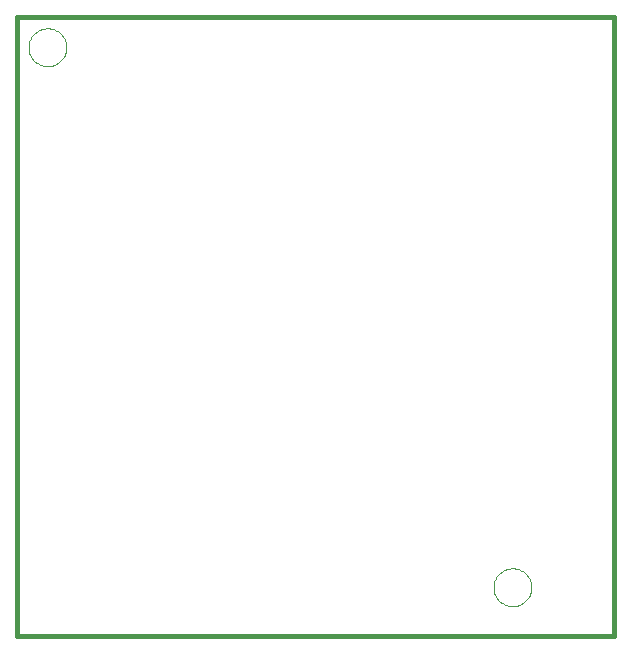
<source format=gbo>
G75*
G70*
%OFA0B0*%
%FSLAX24Y24*%
%IPPOS*%
%LPD*%
%AMOC8*
5,1,8,0,0,1.08239X$1,22.5*
%
%ADD10C,0.0160*%
%ADD11C,0.0000*%
D10*
X000970Y000595D02*
X000970Y021216D01*
X020840Y021216D01*
X020840Y000595D01*
X000970Y000595D01*
D11*
X016840Y002220D02*
X016842Y002270D01*
X016848Y002320D01*
X016858Y002369D01*
X016872Y002417D01*
X016889Y002464D01*
X016910Y002509D01*
X016935Y002553D01*
X016963Y002594D01*
X016995Y002633D01*
X017029Y002670D01*
X017066Y002704D01*
X017106Y002734D01*
X017148Y002761D01*
X017192Y002785D01*
X017238Y002806D01*
X017285Y002822D01*
X017333Y002835D01*
X017383Y002844D01*
X017432Y002849D01*
X017483Y002850D01*
X017533Y002847D01*
X017582Y002840D01*
X017631Y002829D01*
X017679Y002814D01*
X017725Y002796D01*
X017770Y002774D01*
X017813Y002748D01*
X017854Y002719D01*
X017893Y002687D01*
X017929Y002652D01*
X017961Y002614D01*
X017991Y002574D01*
X018018Y002531D01*
X018041Y002487D01*
X018060Y002441D01*
X018076Y002393D01*
X018088Y002344D01*
X018096Y002295D01*
X018100Y002245D01*
X018100Y002195D01*
X018096Y002145D01*
X018088Y002096D01*
X018076Y002047D01*
X018060Y001999D01*
X018041Y001953D01*
X018018Y001909D01*
X017991Y001866D01*
X017961Y001826D01*
X017929Y001788D01*
X017893Y001753D01*
X017854Y001721D01*
X017813Y001692D01*
X017770Y001666D01*
X017725Y001644D01*
X017679Y001626D01*
X017631Y001611D01*
X017582Y001600D01*
X017533Y001593D01*
X017483Y001590D01*
X017432Y001591D01*
X017383Y001596D01*
X017333Y001605D01*
X017285Y001618D01*
X017238Y001634D01*
X017192Y001655D01*
X017148Y001679D01*
X017106Y001706D01*
X017066Y001736D01*
X017029Y001770D01*
X016995Y001807D01*
X016963Y001846D01*
X016935Y001887D01*
X016910Y001931D01*
X016889Y001976D01*
X016872Y002023D01*
X016858Y002071D01*
X016848Y002120D01*
X016842Y002170D01*
X016840Y002220D01*
X001340Y020220D02*
X001342Y020270D01*
X001348Y020320D01*
X001358Y020369D01*
X001372Y020417D01*
X001389Y020464D01*
X001410Y020509D01*
X001435Y020553D01*
X001463Y020594D01*
X001495Y020633D01*
X001529Y020670D01*
X001566Y020704D01*
X001606Y020734D01*
X001648Y020761D01*
X001692Y020785D01*
X001738Y020806D01*
X001785Y020822D01*
X001833Y020835D01*
X001883Y020844D01*
X001932Y020849D01*
X001983Y020850D01*
X002033Y020847D01*
X002082Y020840D01*
X002131Y020829D01*
X002179Y020814D01*
X002225Y020796D01*
X002270Y020774D01*
X002313Y020748D01*
X002354Y020719D01*
X002393Y020687D01*
X002429Y020652D01*
X002461Y020614D01*
X002491Y020574D01*
X002518Y020531D01*
X002541Y020487D01*
X002560Y020441D01*
X002576Y020393D01*
X002588Y020344D01*
X002596Y020295D01*
X002600Y020245D01*
X002600Y020195D01*
X002596Y020145D01*
X002588Y020096D01*
X002576Y020047D01*
X002560Y019999D01*
X002541Y019953D01*
X002518Y019909D01*
X002491Y019866D01*
X002461Y019826D01*
X002429Y019788D01*
X002393Y019753D01*
X002354Y019721D01*
X002313Y019692D01*
X002270Y019666D01*
X002225Y019644D01*
X002179Y019626D01*
X002131Y019611D01*
X002082Y019600D01*
X002033Y019593D01*
X001983Y019590D01*
X001932Y019591D01*
X001883Y019596D01*
X001833Y019605D01*
X001785Y019618D01*
X001738Y019634D01*
X001692Y019655D01*
X001648Y019679D01*
X001606Y019706D01*
X001566Y019736D01*
X001529Y019770D01*
X001495Y019807D01*
X001463Y019846D01*
X001435Y019887D01*
X001410Y019931D01*
X001389Y019976D01*
X001372Y020023D01*
X001358Y020071D01*
X001348Y020120D01*
X001342Y020170D01*
X001340Y020220D01*
M02*

</source>
